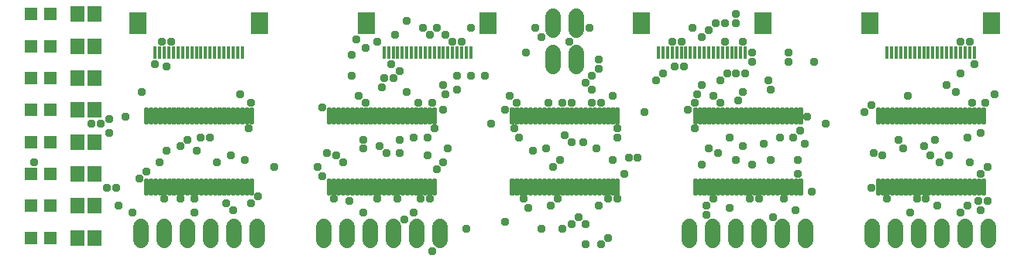
<source format=gbr>
G04 EAGLE Gerber RS-274X export*
G75*
%MOMM*%
%FSLAX34Y34*%
%LPD*%
%INSoldermask Top*%
%IPPOS*%
%AMOC8*
5,1,8,0,0,1.08239X$1,22.5*%
G01*
%ADD10C,1.727200*%
%ADD11R,1.403200X1.403200*%
%ADD12R,1.503200X1.703200*%
%ADD13C,0.402559*%
%ADD14R,0.400000X1.400000*%
%ADD15R,1.900000X2.350000*%
%ADD16C,0.959600*%


D10*
X936500Y32380D02*
X936500Y47620D01*
X961900Y47620D02*
X961900Y32380D01*
X987300Y32380D02*
X987300Y47620D01*
X1012700Y47620D02*
X1012700Y32380D01*
X1038100Y32380D02*
X1038100Y47620D01*
X1063500Y47620D02*
X1063500Y32380D01*
X587300Y222380D02*
X587300Y237620D01*
X612700Y237620D02*
X612700Y222380D01*
X587300Y262380D02*
X587300Y277620D01*
X612700Y277620D02*
X612700Y262380D01*
X336500Y47620D02*
X336500Y32380D01*
X361900Y32380D02*
X361900Y47620D01*
X387300Y47620D02*
X387300Y32380D01*
X412700Y32380D02*
X412700Y47620D01*
X438100Y47620D02*
X438100Y32380D01*
X463500Y32380D02*
X463500Y47620D01*
X136500Y47620D02*
X136500Y32380D01*
X161900Y32380D02*
X161900Y47620D01*
X187300Y47620D02*
X187300Y32380D01*
X212700Y32380D02*
X212700Y47620D01*
X238100Y47620D02*
X238100Y32380D01*
X263500Y32380D02*
X263500Y47620D01*
X736500Y47620D02*
X736500Y32380D01*
X761900Y32380D02*
X761900Y47620D01*
X787300Y47620D02*
X787300Y32380D01*
X812700Y32380D02*
X812700Y47620D01*
X838100Y47620D02*
X838100Y32380D01*
X863500Y32380D02*
X863500Y47620D01*
D11*
X16500Y280000D03*
X37500Y280000D03*
X16500Y245000D03*
X37500Y245000D03*
X16500Y210000D03*
X37500Y210000D03*
X16500Y175000D03*
X37500Y175000D03*
X16500Y140000D03*
X37500Y140000D03*
X16500Y105000D03*
X37500Y105000D03*
X16500Y70000D03*
X37500Y70000D03*
X16500Y35000D03*
X37500Y35000D03*
D12*
X86500Y280000D03*
X67500Y280000D03*
X86500Y245000D03*
X67500Y245000D03*
X86500Y210000D03*
X67500Y210000D03*
X86500Y175000D03*
X67500Y175000D03*
X86500Y140000D03*
X67500Y140000D03*
X86500Y105000D03*
X67500Y105000D03*
X86500Y70000D03*
X67500Y70000D03*
X86500Y35000D03*
X67500Y35000D03*
D13*
X256997Y161997D02*
X258003Y161997D01*
X256997Y161997D02*
X256997Y176003D01*
X258003Y176003D01*
X258003Y161997D01*
X258003Y165822D02*
X256997Y165822D01*
X256997Y169647D02*
X258003Y169647D01*
X258003Y173472D02*
X256997Y173472D01*
X256997Y83997D02*
X258003Y83997D01*
X256997Y83997D02*
X256997Y98003D01*
X258003Y98003D01*
X258003Y83997D01*
X258003Y87822D02*
X256997Y87822D01*
X256997Y91647D02*
X258003Y91647D01*
X258003Y95472D02*
X256997Y95472D01*
X253003Y161997D02*
X251997Y161997D01*
X251997Y176003D01*
X253003Y176003D01*
X253003Y161997D01*
X253003Y165822D02*
X251997Y165822D01*
X251997Y169647D02*
X253003Y169647D01*
X253003Y173472D02*
X251997Y173472D01*
X248003Y161997D02*
X246997Y161997D01*
X246997Y176003D01*
X248003Y176003D01*
X248003Y161997D01*
X248003Y165822D02*
X246997Y165822D01*
X246997Y169647D02*
X248003Y169647D01*
X248003Y173472D02*
X246997Y173472D01*
X243003Y161997D02*
X241997Y161997D01*
X241997Y176003D01*
X243003Y176003D01*
X243003Y161997D01*
X243003Y165822D02*
X241997Y165822D01*
X241997Y169647D02*
X243003Y169647D01*
X243003Y173472D02*
X241997Y173472D01*
X238003Y161997D02*
X236997Y161997D01*
X236997Y176003D01*
X238003Y176003D01*
X238003Y161997D01*
X238003Y165822D02*
X236997Y165822D01*
X236997Y169647D02*
X238003Y169647D01*
X238003Y173472D02*
X236997Y173472D01*
X233003Y161997D02*
X231997Y161997D01*
X231997Y176003D01*
X233003Y176003D01*
X233003Y161997D01*
X233003Y165822D02*
X231997Y165822D01*
X231997Y169647D02*
X233003Y169647D01*
X233003Y173472D02*
X231997Y173472D01*
X228003Y161997D02*
X226997Y161997D01*
X226997Y176003D01*
X228003Y176003D01*
X228003Y161997D01*
X228003Y165822D02*
X226997Y165822D01*
X226997Y169647D02*
X228003Y169647D01*
X228003Y173472D02*
X226997Y173472D01*
X223003Y161997D02*
X221997Y161997D01*
X221997Y176003D01*
X223003Y176003D01*
X223003Y161997D01*
X223003Y165822D02*
X221997Y165822D01*
X221997Y169647D02*
X223003Y169647D01*
X223003Y173472D02*
X221997Y173472D01*
X218003Y161997D02*
X216997Y161997D01*
X216997Y176003D01*
X218003Y176003D01*
X218003Y161997D01*
X218003Y165822D02*
X216997Y165822D01*
X216997Y169647D02*
X218003Y169647D01*
X218003Y173472D02*
X216997Y173472D01*
X213003Y161997D02*
X211997Y161997D01*
X211997Y176003D01*
X213003Y176003D01*
X213003Y161997D01*
X213003Y165822D02*
X211997Y165822D01*
X211997Y169647D02*
X213003Y169647D01*
X213003Y173472D02*
X211997Y173472D01*
X208003Y161997D02*
X206997Y161997D01*
X206997Y176003D01*
X208003Y176003D01*
X208003Y161997D01*
X208003Y165822D02*
X206997Y165822D01*
X206997Y169647D02*
X208003Y169647D01*
X208003Y173472D02*
X206997Y173472D01*
X203003Y161997D02*
X201997Y161997D01*
X201997Y176003D01*
X203003Y176003D01*
X203003Y161997D01*
X203003Y165822D02*
X201997Y165822D01*
X201997Y169647D02*
X203003Y169647D01*
X203003Y173472D02*
X201997Y173472D01*
X198003Y161997D02*
X196997Y161997D01*
X196997Y176003D01*
X198003Y176003D01*
X198003Y161997D01*
X198003Y165822D02*
X196997Y165822D01*
X196997Y169647D02*
X198003Y169647D01*
X198003Y173472D02*
X196997Y173472D01*
X193003Y161997D02*
X191997Y161997D01*
X191997Y176003D01*
X193003Y176003D01*
X193003Y161997D01*
X193003Y165822D02*
X191997Y165822D01*
X191997Y169647D02*
X193003Y169647D01*
X193003Y173472D02*
X191997Y173472D01*
X188003Y161997D02*
X186997Y161997D01*
X186997Y176003D01*
X188003Y176003D01*
X188003Y161997D01*
X188003Y165822D02*
X186997Y165822D01*
X186997Y169647D02*
X188003Y169647D01*
X188003Y173472D02*
X186997Y173472D01*
X183003Y161997D02*
X181997Y161997D01*
X181997Y176003D01*
X183003Y176003D01*
X183003Y161997D01*
X183003Y165822D02*
X181997Y165822D01*
X181997Y169647D02*
X183003Y169647D01*
X183003Y173472D02*
X181997Y173472D01*
X178003Y161997D02*
X176997Y161997D01*
X176997Y176003D01*
X178003Y176003D01*
X178003Y161997D01*
X178003Y165822D02*
X176997Y165822D01*
X176997Y169647D02*
X178003Y169647D01*
X178003Y173472D02*
X176997Y173472D01*
X173003Y161997D02*
X171997Y161997D01*
X171997Y176003D01*
X173003Y176003D01*
X173003Y161997D01*
X173003Y165822D02*
X171997Y165822D01*
X171997Y169647D02*
X173003Y169647D01*
X173003Y173472D02*
X171997Y173472D01*
X168003Y161997D02*
X166997Y161997D01*
X166997Y176003D01*
X168003Y176003D01*
X168003Y161997D01*
X168003Y165822D02*
X166997Y165822D01*
X166997Y169647D02*
X168003Y169647D01*
X168003Y173472D02*
X166997Y173472D01*
X163003Y161997D02*
X161997Y161997D01*
X161997Y176003D01*
X163003Y176003D01*
X163003Y161997D01*
X163003Y165822D02*
X161997Y165822D01*
X161997Y169647D02*
X163003Y169647D01*
X163003Y173472D02*
X161997Y173472D01*
X158003Y161997D02*
X156997Y161997D01*
X156997Y176003D01*
X158003Y176003D01*
X158003Y161997D01*
X158003Y165822D02*
X156997Y165822D01*
X156997Y169647D02*
X158003Y169647D01*
X158003Y173472D02*
X156997Y173472D01*
X153003Y161997D02*
X151997Y161997D01*
X151997Y176003D01*
X153003Y176003D01*
X153003Y161997D01*
X153003Y165822D02*
X151997Y165822D01*
X151997Y169647D02*
X153003Y169647D01*
X153003Y173472D02*
X151997Y173472D01*
X148003Y161997D02*
X146997Y161997D01*
X146997Y176003D01*
X148003Y176003D01*
X148003Y161997D01*
X148003Y165822D02*
X146997Y165822D01*
X146997Y169647D02*
X148003Y169647D01*
X148003Y173472D02*
X146997Y173472D01*
X143003Y161997D02*
X141997Y161997D01*
X141997Y176003D01*
X143003Y176003D01*
X143003Y161997D01*
X143003Y165822D02*
X141997Y165822D01*
X141997Y169647D02*
X143003Y169647D01*
X143003Y173472D02*
X141997Y173472D01*
X251997Y83997D02*
X253003Y83997D01*
X251997Y83997D02*
X251997Y98003D01*
X253003Y98003D01*
X253003Y83997D01*
X253003Y87822D02*
X251997Y87822D01*
X251997Y91647D02*
X253003Y91647D01*
X253003Y95472D02*
X251997Y95472D01*
X248003Y83997D02*
X246997Y83997D01*
X246997Y98003D01*
X248003Y98003D01*
X248003Y83997D01*
X248003Y87822D02*
X246997Y87822D01*
X246997Y91647D02*
X248003Y91647D01*
X248003Y95472D02*
X246997Y95472D01*
X243003Y83997D02*
X241997Y83997D01*
X241997Y98003D01*
X243003Y98003D01*
X243003Y83997D01*
X243003Y87822D02*
X241997Y87822D01*
X241997Y91647D02*
X243003Y91647D01*
X243003Y95472D02*
X241997Y95472D01*
X238003Y83997D02*
X236997Y83997D01*
X236997Y98003D01*
X238003Y98003D01*
X238003Y83997D01*
X238003Y87822D02*
X236997Y87822D01*
X236997Y91647D02*
X238003Y91647D01*
X238003Y95472D02*
X236997Y95472D01*
X233003Y83997D02*
X231997Y83997D01*
X231997Y98003D01*
X233003Y98003D01*
X233003Y83997D01*
X233003Y87822D02*
X231997Y87822D01*
X231997Y91647D02*
X233003Y91647D01*
X233003Y95472D02*
X231997Y95472D01*
X228003Y83997D02*
X226997Y83997D01*
X226997Y98003D01*
X228003Y98003D01*
X228003Y83997D01*
X228003Y87822D02*
X226997Y87822D01*
X226997Y91647D02*
X228003Y91647D01*
X228003Y95472D02*
X226997Y95472D01*
X223003Y83997D02*
X221997Y83997D01*
X221997Y98003D01*
X223003Y98003D01*
X223003Y83997D01*
X223003Y87822D02*
X221997Y87822D01*
X221997Y91647D02*
X223003Y91647D01*
X223003Y95472D02*
X221997Y95472D01*
X218003Y83997D02*
X216997Y83997D01*
X216997Y98003D01*
X218003Y98003D01*
X218003Y83997D01*
X218003Y87822D02*
X216997Y87822D01*
X216997Y91647D02*
X218003Y91647D01*
X218003Y95472D02*
X216997Y95472D01*
X213003Y83997D02*
X211997Y83997D01*
X211997Y98003D01*
X213003Y98003D01*
X213003Y83997D01*
X213003Y87822D02*
X211997Y87822D01*
X211997Y91647D02*
X213003Y91647D01*
X213003Y95472D02*
X211997Y95472D01*
X208003Y83997D02*
X206997Y83997D01*
X206997Y98003D01*
X208003Y98003D01*
X208003Y83997D01*
X208003Y87822D02*
X206997Y87822D01*
X206997Y91647D02*
X208003Y91647D01*
X208003Y95472D02*
X206997Y95472D01*
X203003Y83997D02*
X201997Y83997D01*
X201997Y98003D01*
X203003Y98003D01*
X203003Y83997D01*
X203003Y87822D02*
X201997Y87822D01*
X201997Y91647D02*
X203003Y91647D01*
X203003Y95472D02*
X201997Y95472D01*
X198003Y83997D02*
X196997Y83997D01*
X196997Y98003D01*
X198003Y98003D01*
X198003Y83997D01*
X198003Y87822D02*
X196997Y87822D01*
X196997Y91647D02*
X198003Y91647D01*
X198003Y95472D02*
X196997Y95472D01*
X193003Y83997D02*
X191997Y83997D01*
X191997Y98003D01*
X193003Y98003D01*
X193003Y83997D01*
X193003Y87822D02*
X191997Y87822D01*
X191997Y91647D02*
X193003Y91647D01*
X193003Y95472D02*
X191997Y95472D01*
X188003Y83997D02*
X186997Y83997D01*
X186997Y98003D01*
X188003Y98003D01*
X188003Y83997D01*
X188003Y87822D02*
X186997Y87822D01*
X186997Y91647D02*
X188003Y91647D01*
X188003Y95472D02*
X186997Y95472D01*
X183003Y83997D02*
X181997Y83997D01*
X181997Y98003D01*
X183003Y98003D01*
X183003Y83997D01*
X183003Y87822D02*
X181997Y87822D01*
X181997Y91647D02*
X183003Y91647D01*
X183003Y95472D02*
X181997Y95472D01*
X178003Y83997D02*
X176997Y83997D01*
X176997Y98003D01*
X178003Y98003D01*
X178003Y83997D01*
X178003Y87822D02*
X176997Y87822D01*
X176997Y91647D02*
X178003Y91647D01*
X178003Y95472D02*
X176997Y95472D01*
X173003Y83997D02*
X171997Y83997D01*
X171997Y98003D01*
X173003Y98003D01*
X173003Y83997D01*
X173003Y87822D02*
X171997Y87822D01*
X171997Y91647D02*
X173003Y91647D01*
X173003Y95472D02*
X171997Y95472D01*
X168003Y83997D02*
X166997Y83997D01*
X166997Y98003D01*
X168003Y98003D01*
X168003Y83997D01*
X168003Y87822D02*
X166997Y87822D01*
X166997Y91647D02*
X168003Y91647D01*
X168003Y95472D02*
X166997Y95472D01*
X163003Y83997D02*
X161997Y83997D01*
X161997Y98003D01*
X163003Y98003D01*
X163003Y83997D01*
X163003Y87822D02*
X161997Y87822D01*
X161997Y91647D02*
X163003Y91647D01*
X163003Y95472D02*
X161997Y95472D01*
X158003Y83997D02*
X156997Y83997D01*
X156997Y98003D01*
X158003Y98003D01*
X158003Y83997D01*
X158003Y87822D02*
X156997Y87822D01*
X156997Y91647D02*
X158003Y91647D01*
X158003Y95472D02*
X156997Y95472D01*
X153003Y83997D02*
X151997Y83997D01*
X151997Y98003D01*
X153003Y98003D01*
X153003Y83997D01*
X153003Y87822D02*
X151997Y87822D01*
X151997Y91647D02*
X153003Y91647D01*
X153003Y95472D02*
X151997Y95472D01*
X148003Y83997D02*
X146997Y83997D01*
X146997Y98003D01*
X148003Y98003D01*
X148003Y83997D01*
X148003Y87822D02*
X146997Y87822D01*
X146997Y91647D02*
X148003Y91647D01*
X148003Y95472D02*
X146997Y95472D01*
X143003Y83997D02*
X141997Y83997D01*
X141997Y98003D01*
X143003Y98003D01*
X143003Y83997D01*
X143003Y87822D02*
X141997Y87822D01*
X141997Y91647D02*
X143003Y91647D01*
X143003Y95472D02*
X141997Y95472D01*
X456997Y161997D02*
X458003Y161997D01*
X456997Y161997D02*
X456997Y176003D01*
X458003Y176003D01*
X458003Y161997D01*
X458003Y165822D02*
X456997Y165822D01*
X456997Y169647D02*
X458003Y169647D01*
X458003Y173472D02*
X456997Y173472D01*
X456997Y83997D02*
X458003Y83997D01*
X456997Y83997D02*
X456997Y98003D01*
X458003Y98003D01*
X458003Y83997D01*
X458003Y87822D02*
X456997Y87822D01*
X456997Y91647D02*
X458003Y91647D01*
X458003Y95472D02*
X456997Y95472D01*
X453003Y161997D02*
X451997Y161997D01*
X451997Y176003D01*
X453003Y176003D01*
X453003Y161997D01*
X453003Y165822D02*
X451997Y165822D01*
X451997Y169647D02*
X453003Y169647D01*
X453003Y173472D02*
X451997Y173472D01*
X448003Y161997D02*
X446997Y161997D01*
X446997Y176003D01*
X448003Y176003D01*
X448003Y161997D01*
X448003Y165822D02*
X446997Y165822D01*
X446997Y169647D02*
X448003Y169647D01*
X448003Y173472D02*
X446997Y173472D01*
X443003Y161997D02*
X441997Y161997D01*
X441997Y176003D01*
X443003Y176003D01*
X443003Y161997D01*
X443003Y165822D02*
X441997Y165822D01*
X441997Y169647D02*
X443003Y169647D01*
X443003Y173472D02*
X441997Y173472D01*
X438003Y161997D02*
X436997Y161997D01*
X436997Y176003D01*
X438003Y176003D01*
X438003Y161997D01*
X438003Y165822D02*
X436997Y165822D01*
X436997Y169647D02*
X438003Y169647D01*
X438003Y173472D02*
X436997Y173472D01*
X433003Y161997D02*
X431997Y161997D01*
X431997Y176003D01*
X433003Y176003D01*
X433003Y161997D01*
X433003Y165822D02*
X431997Y165822D01*
X431997Y169647D02*
X433003Y169647D01*
X433003Y173472D02*
X431997Y173472D01*
X428003Y161997D02*
X426997Y161997D01*
X426997Y176003D01*
X428003Y176003D01*
X428003Y161997D01*
X428003Y165822D02*
X426997Y165822D01*
X426997Y169647D02*
X428003Y169647D01*
X428003Y173472D02*
X426997Y173472D01*
X423003Y161997D02*
X421997Y161997D01*
X421997Y176003D01*
X423003Y176003D01*
X423003Y161997D01*
X423003Y165822D02*
X421997Y165822D01*
X421997Y169647D02*
X423003Y169647D01*
X423003Y173472D02*
X421997Y173472D01*
X418003Y161997D02*
X416997Y161997D01*
X416997Y176003D01*
X418003Y176003D01*
X418003Y161997D01*
X418003Y165822D02*
X416997Y165822D01*
X416997Y169647D02*
X418003Y169647D01*
X418003Y173472D02*
X416997Y173472D01*
X413003Y161997D02*
X411997Y161997D01*
X411997Y176003D01*
X413003Y176003D01*
X413003Y161997D01*
X413003Y165822D02*
X411997Y165822D01*
X411997Y169647D02*
X413003Y169647D01*
X413003Y173472D02*
X411997Y173472D01*
X408003Y161997D02*
X406997Y161997D01*
X406997Y176003D01*
X408003Y176003D01*
X408003Y161997D01*
X408003Y165822D02*
X406997Y165822D01*
X406997Y169647D02*
X408003Y169647D01*
X408003Y173472D02*
X406997Y173472D01*
X403003Y161997D02*
X401997Y161997D01*
X401997Y176003D01*
X403003Y176003D01*
X403003Y161997D01*
X403003Y165822D02*
X401997Y165822D01*
X401997Y169647D02*
X403003Y169647D01*
X403003Y173472D02*
X401997Y173472D01*
X398003Y161997D02*
X396997Y161997D01*
X396997Y176003D01*
X398003Y176003D01*
X398003Y161997D01*
X398003Y165822D02*
X396997Y165822D01*
X396997Y169647D02*
X398003Y169647D01*
X398003Y173472D02*
X396997Y173472D01*
X393003Y161997D02*
X391997Y161997D01*
X391997Y176003D01*
X393003Y176003D01*
X393003Y161997D01*
X393003Y165822D02*
X391997Y165822D01*
X391997Y169647D02*
X393003Y169647D01*
X393003Y173472D02*
X391997Y173472D01*
X388003Y161997D02*
X386997Y161997D01*
X386997Y176003D01*
X388003Y176003D01*
X388003Y161997D01*
X388003Y165822D02*
X386997Y165822D01*
X386997Y169647D02*
X388003Y169647D01*
X388003Y173472D02*
X386997Y173472D01*
X383003Y161997D02*
X381997Y161997D01*
X381997Y176003D01*
X383003Y176003D01*
X383003Y161997D01*
X383003Y165822D02*
X381997Y165822D01*
X381997Y169647D02*
X383003Y169647D01*
X383003Y173472D02*
X381997Y173472D01*
X378003Y161997D02*
X376997Y161997D01*
X376997Y176003D01*
X378003Y176003D01*
X378003Y161997D01*
X378003Y165822D02*
X376997Y165822D01*
X376997Y169647D02*
X378003Y169647D01*
X378003Y173472D02*
X376997Y173472D01*
X373003Y161997D02*
X371997Y161997D01*
X371997Y176003D01*
X373003Y176003D01*
X373003Y161997D01*
X373003Y165822D02*
X371997Y165822D01*
X371997Y169647D02*
X373003Y169647D01*
X373003Y173472D02*
X371997Y173472D01*
X368003Y161997D02*
X366997Y161997D01*
X366997Y176003D01*
X368003Y176003D01*
X368003Y161997D01*
X368003Y165822D02*
X366997Y165822D01*
X366997Y169647D02*
X368003Y169647D01*
X368003Y173472D02*
X366997Y173472D01*
X363003Y161997D02*
X361997Y161997D01*
X361997Y176003D01*
X363003Y176003D01*
X363003Y161997D01*
X363003Y165822D02*
X361997Y165822D01*
X361997Y169647D02*
X363003Y169647D01*
X363003Y173472D02*
X361997Y173472D01*
X358003Y161997D02*
X356997Y161997D01*
X356997Y176003D01*
X358003Y176003D01*
X358003Y161997D01*
X358003Y165822D02*
X356997Y165822D01*
X356997Y169647D02*
X358003Y169647D01*
X358003Y173472D02*
X356997Y173472D01*
X353003Y161997D02*
X351997Y161997D01*
X351997Y176003D01*
X353003Y176003D01*
X353003Y161997D01*
X353003Y165822D02*
X351997Y165822D01*
X351997Y169647D02*
X353003Y169647D01*
X353003Y173472D02*
X351997Y173472D01*
X348003Y161997D02*
X346997Y161997D01*
X346997Y176003D01*
X348003Y176003D01*
X348003Y161997D01*
X348003Y165822D02*
X346997Y165822D01*
X346997Y169647D02*
X348003Y169647D01*
X348003Y173472D02*
X346997Y173472D01*
X343003Y161997D02*
X341997Y161997D01*
X341997Y176003D01*
X343003Y176003D01*
X343003Y161997D01*
X343003Y165822D02*
X341997Y165822D01*
X341997Y169647D02*
X343003Y169647D01*
X343003Y173472D02*
X341997Y173472D01*
X451997Y83997D02*
X453003Y83997D01*
X451997Y83997D02*
X451997Y98003D01*
X453003Y98003D01*
X453003Y83997D01*
X453003Y87822D02*
X451997Y87822D01*
X451997Y91647D02*
X453003Y91647D01*
X453003Y95472D02*
X451997Y95472D01*
X448003Y83997D02*
X446997Y83997D01*
X446997Y98003D01*
X448003Y98003D01*
X448003Y83997D01*
X448003Y87822D02*
X446997Y87822D01*
X446997Y91647D02*
X448003Y91647D01*
X448003Y95472D02*
X446997Y95472D01*
X443003Y83997D02*
X441997Y83997D01*
X441997Y98003D01*
X443003Y98003D01*
X443003Y83997D01*
X443003Y87822D02*
X441997Y87822D01*
X441997Y91647D02*
X443003Y91647D01*
X443003Y95472D02*
X441997Y95472D01*
X438003Y83997D02*
X436997Y83997D01*
X436997Y98003D01*
X438003Y98003D01*
X438003Y83997D01*
X438003Y87822D02*
X436997Y87822D01*
X436997Y91647D02*
X438003Y91647D01*
X438003Y95472D02*
X436997Y95472D01*
X433003Y83997D02*
X431997Y83997D01*
X431997Y98003D01*
X433003Y98003D01*
X433003Y83997D01*
X433003Y87822D02*
X431997Y87822D01*
X431997Y91647D02*
X433003Y91647D01*
X433003Y95472D02*
X431997Y95472D01*
X428003Y83997D02*
X426997Y83997D01*
X426997Y98003D01*
X428003Y98003D01*
X428003Y83997D01*
X428003Y87822D02*
X426997Y87822D01*
X426997Y91647D02*
X428003Y91647D01*
X428003Y95472D02*
X426997Y95472D01*
X423003Y83997D02*
X421997Y83997D01*
X421997Y98003D01*
X423003Y98003D01*
X423003Y83997D01*
X423003Y87822D02*
X421997Y87822D01*
X421997Y91647D02*
X423003Y91647D01*
X423003Y95472D02*
X421997Y95472D01*
X418003Y83997D02*
X416997Y83997D01*
X416997Y98003D01*
X418003Y98003D01*
X418003Y83997D01*
X418003Y87822D02*
X416997Y87822D01*
X416997Y91647D02*
X418003Y91647D01*
X418003Y95472D02*
X416997Y95472D01*
X413003Y83997D02*
X411997Y83997D01*
X411997Y98003D01*
X413003Y98003D01*
X413003Y83997D01*
X413003Y87822D02*
X411997Y87822D01*
X411997Y91647D02*
X413003Y91647D01*
X413003Y95472D02*
X411997Y95472D01*
X408003Y83997D02*
X406997Y83997D01*
X406997Y98003D01*
X408003Y98003D01*
X408003Y83997D01*
X408003Y87822D02*
X406997Y87822D01*
X406997Y91647D02*
X408003Y91647D01*
X408003Y95472D02*
X406997Y95472D01*
X403003Y83997D02*
X401997Y83997D01*
X401997Y98003D01*
X403003Y98003D01*
X403003Y83997D01*
X403003Y87822D02*
X401997Y87822D01*
X401997Y91647D02*
X403003Y91647D01*
X403003Y95472D02*
X401997Y95472D01*
X398003Y83997D02*
X396997Y83997D01*
X396997Y98003D01*
X398003Y98003D01*
X398003Y83997D01*
X398003Y87822D02*
X396997Y87822D01*
X396997Y91647D02*
X398003Y91647D01*
X398003Y95472D02*
X396997Y95472D01*
X393003Y83997D02*
X391997Y83997D01*
X391997Y98003D01*
X393003Y98003D01*
X393003Y83997D01*
X393003Y87822D02*
X391997Y87822D01*
X391997Y91647D02*
X393003Y91647D01*
X393003Y95472D02*
X391997Y95472D01*
X388003Y83997D02*
X386997Y83997D01*
X386997Y98003D01*
X388003Y98003D01*
X388003Y83997D01*
X388003Y87822D02*
X386997Y87822D01*
X386997Y91647D02*
X388003Y91647D01*
X388003Y95472D02*
X386997Y95472D01*
X383003Y83997D02*
X381997Y83997D01*
X381997Y98003D01*
X383003Y98003D01*
X383003Y83997D01*
X383003Y87822D02*
X381997Y87822D01*
X381997Y91647D02*
X383003Y91647D01*
X383003Y95472D02*
X381997Y95472D01*
X378003Y83997D02*
X376997Y83997D01*
X376997Y98003D01*
X378003Y98003D01*
X378003Y83997D01*
X378003Y87822D02*
X376997Y87822D01*
X376997Y91647D02*
X378003Y91647D01*
X378003Y95472D02*
X376997Y95472D01*
X373003Y83997D02*
X371997Y83997D01*
X371997Y98003D01*
X373003Y98003D01*
X373003Y83997D01*
X373003Y87822D02*
X371997Y87822D01*
X371997Y91647D02*
X373003Y91647D01*
X373003Y95472D02*
X371997Y95472D01*
X368003Y83997D02*
X366997Y83997D01*
X366997Y98003D01*
X368003Y98003D01*
X368003Y83997D01*
X368003Y87822D02*
X366997Y87822D01*
X366997Y91647D02*
X368003Y91647D01*
X368003Y95472D02*
X366997Y95472D01*
X363003Y83997D02*
X361997Y83997D01*
X361997Y98003D01*
X363003Y98003D01*
X363003Y83997D01*
X363003Y87822D02*
X361997Y87822D01*
X361997Y91647D02*
X363003Y91647D01*
X363003Y95472D02*
X361997Y95472D01*
X358003Y83997D02*
X356997Y83997D01*
X356997Y98003D01*
X358003Y98003D01*
X358003Y83997D01*
X358003Y87822D02*
X356997Y87822D01*
X356997Y91647D02*
X358003Y91647D01*
X358003Y95472D02*
X356997Y95472D01*
X353003Y83997D02*
X351997Y83997D01*
X351997Y98003D01*
X353003Y98003D01*
X353003Y83997D01*
X353003Y87822D02*
X351997Y87822D01*
X351997Y91647D02*
X353003Y91647D01*
X353003Y95472D02*
X351997Y95472D01*
X348003Y83997D02*
X346997Y83997D01*
X346997Y98003D01*
X348003Y98003D01*
X348003Y83997D01*
X348003Y87822D02*
X346997Y87822D01*
X346997Y91647D02*
X348003Y91647D01*
X348003Y95472D02*
X346997Y95472D01*
X343003Y83997D02*
X341997Y83997D01*
X341997Y98003D01*
X343003Y98003D01*
X343003Y83997D01*
X343003Y87822D02*
X341997Y87822D01*
X341997Y91647D02*
X343003Y91647D01*
X343003Y95472D02*
X341997Y95472D01*
X656997Y161997D02*
X658003Y161997D01*
X656997Y161997D02*
X656997Y176003D01*
X658003Y176003D01*
X658003Y161997D01*
X658003Y165822D02*
X656997Y165822D01*
X656997Y169647D02*
X658003Y169647D01*
X658003Y173472D02*
X656997Y173472D01*
X656997Y83997D02*
X658003Y83997D01*
X656997Y83997D02*
X656997Y98003D01*
X658003Y98003D01*
X658003Y83997D01*
X658003Y87822D02*
X656997Y87822D01*
X656997Y91647D02*
X658003Y91647D01*
X658003Y95472D02*
X656997Y95472D01*
X653003Y161997D02*
X651997Y161997D01*
X651997Y176003D01*
X653003Y176003D01*
X653003Y161997D01*
X653003Y165822D02*
X651997Y165822D01*
X651997Y169647D02*
X653003Y169647D01*
X653003Y173472D02*
X651997Y173472D01*
X648003Y161997D02*
X646997Y161997D01*
X646997Y176003D01*
X648003Y176003D01*
X648003Y161997D01*
X648003Y165822D02*
X646997Y165822D01*
X646997Y169647D02*
X648003Y169647D01*
X648003Y173472D02*
X646997Y173472D01*
X643003Y161997D02*
X641997Y161997D01*
X641997Y176003D01*
X643003Y176003D01*
X643003Y161997D01*
X643003Y165822D02*
X641997Y165822D01*
X641997Y169647D02*
X643003Y169647D01*
X643003Y173472D02*
X641997Y173472D01*
X638003Y161997D02*
X636997Y161997D01*
X636997Y176003D01*
X638003Y176003D01*
X638003Y161997D01*
X638003Y165822D02*
X636997Y165822D01*
X636997Y169647D02*
X638003Y169647D01*
X638003Y173472D02*
X636997Y173472D01*
X633003Y161997D02*
X631997Y161997D01*
X631997Y176003D01*
X633003Y176003D01*
X633003Y161997D01*
X633003Y165822D02*
X631997Y165822D01*
X631997Y169647D02*
X633003Y169647D01*
X633003Y173472D02*
X631997Y173472D01*
X628003Y161997D02*
X626997Y161997D01*
X626997Y176003D01*
X628003Y176003D01*
X628003Y161997D01*
X628003Y165822D02*
X626997Y165822D01*
X626997Y169647D02*
X628003Y169647D01*
X628003Y173472D02*
X626997Y173472D01*
X623003Y161997D02*
X621997Y161997D01*
X621997Y176003D01*
X623003Y176003D01*
X623003Y161997D01*
X623003Y165822D02*
X621997Y165822D01*
X621997Y169647D02*
X623003Y169647D01*
X623003Y173472D02*
X621997Y173472D01*
X618003Y161997D02*
X616997Y161997D01*
X616997Y176003D01*
X618003Y176003D01*
X618003Y161997D01*
X618003Y165822D02*
X616997Y165822D01*
X616997Y169647D02*
X618003Y169647D01*
X618003Y173472D02*
X616997Y173472D01*
X613003Y161997D02*
X611997Y161997D01*
X611997Y176003D01*
X613003Y176003D01*
X613003Y161997D01*
X613003Y165822D02*
X611997Y165822D01*
X611997Y169647D02*
X613003Y169647D01*
X613003Y173472D02*
X611997Y173472D01*
X608003Y161997D02*
X606997Y161997D01*
X606997Y176003D01*
X608003Y176003D01*
X608003Y161997D01*
X608003Y165822D02*
X606997Y165822D01*
X606997Y169647D02*
X608003Y169647D01*
X608003Y173472D02*
X606997Y173472D01*
X603003Y161997D02*
X601997Y161997D01*
X601997Y176003D01*
X603003Y176003D01*
X603003Y161997D01*
X603003Y165822D02*
X601997Y165822D01*
X601997Y169647D02*
X603003Y169647D01*
X603003Y173472D02*
X601997Y173472D01*
X598003Y161997D02*
X596997Y161997D01*
X596997Y176003D01*
X598003Y176003D01*
X598003Y161997D01*
X598003Y165822D02*
X596997Y165822D01*
X596997Y169647D02*
X598003Y169647D01*
X598003Y173472D02*
X596997Y173472D01*
X593003Y161997D02*
X591997Y161997D01*
X591997Y176003D01*
X593003Y176003D01*
X593003Y161997D01*
X593003Y165822D02*
X591997Y165822D01*
X591997Y169647D02*
X593003Y169647D01*
X593003Y173472D02*
X591997Y173472D01*
X588003Y161997D02*
X586997Y161997D01*
X586997Y176003D01*
X588003Y176003D01*
X588003Y161997D01*
X588003Y165822D02*
X586997Y165822D01*
X586997Y169647D02*
X588003Y169647D01*
X588003Y173472D02*
X586997Y173472D01*
X583003Y161997D02*
X581997Y161997D01*
X581997Y176003D01*
X583003Y176003D01*
X583003Y161997D01*
X583003Y165822D02*
X581997Y165822D01*
X581997Y169647D02*
X583003Y169647D01*
X583003Y173472D02*
X581997Y173472D01*
X578003Y161997D02*
X576997Y161997D01*
X576997Y176003D01*
X578003Y176003D01*
X578003Y161997D01*
X578003Y165822D02*
X576997Y165822D01*
X576997Y169647D02*
X578003Y169647D01*
X578003Y173472D02*
X576997Y173472D01*
X573003Y161997D02*
X571997Y161997D01*
X571997Y176003D01*
X573003Y176003D01*
X573003Y161997D01*
X573003Y165822D02*
X571997Y165822D01*
X571997Y169647D02*
X573003Y169647D01*
X573003Y173472D02*
X571997Y173472D01*
X568003Y161997D02*
X566997Y161997D01*
X566997Y176003D01*
X568003Y176003D01*
X568003Y161997D01*
X568003Y165822D02*
X566997Y165822D01*
X566997Y169647D02*
X568003Y169647D01*
X568003Y173472D02*
X566997Y173472D01*
X563003Y161997D02*
X561997Y161997D01*
X561997Y176003D01*
X563003Y176003D01*
X563003Y161997D01*
X563003Y165822D02*
X561997Y165822D01*
X561997Y169647D02*
X563003Y169647D01*
X563003Y173472D02*
X561997Y173472D01*
X558003Y161997D02*
X556997Y161997D01*
X556997Y176003D01*
X558003Y176003D01*
X558003Y161997D01*
X558003Y165822D02*
X556997Y165822D01*
X556997Y169647D02*
X558003Y169647D01*
X558003Y173472D02*
X556997Y173472D01*
X553003Y161997D02*
X551997Y161997D01*
X551997Y176003D01*
X553003Y176003D01*
X553003Y161997D01*
X553003Y165822D02*
X551997Y165822D01*
X551997Y169647D02*
X553003Y169647D01*
X553003Y173472D02*
X551997Y173472D01*
X548003Y161997D02*
X546997Y161997D01*
X546997Y176003D01*
X548003Y176003D01*
X548003Y161997D01*
X548003Y165822D02*
X546997Y165822D01*
X546997Y169647D02*
X548003Y169647D01*
X548003Y173472D02*
X546997Y173472D01*
X543003Y161997D02*
X541997Y161997D01*
X541997Y176003D01*
X543003Y176003D01*
X543003Y161997D01*
X543003Y165822D02*
X541997Y165822D01*
X541997Y169647D02*
X543003Y169647D01*
X543003Y173472D02*
X541997Y173472D01*
X651997Y83997D02*
X653003Y83997D01*
X651997Y83997D02*
X651997Y98003D01*
X653003Y98003D01*
X653003Y83997D01*
X653003Y87822D02*
X651997Y87822D01*
X651997Y91647D02*
X653003Y91647D01*
X653003Y95472D02*
X651997Y95472D01*
X648003Y83997D02*
X646997Y83997D01*
X646997Y98003D01*
X648003Y98003D01*
X648003Y83997D01*
X648003Y87822D02*
X646997Y87822D01*
X646997Y91647D02*
X648003Y91647D01*
X648003Y95472D02*
X646997Y95472D01*
X643003Y83997D02*
X641997Y83997D01*
X641997Y98003D01*
X643003Y98003D01*
X643003Y83997D01*
X643003Y87822D02*
X641997Y87822D01*
X641997Y91647D02*
X643003Y91647D01*
X643003Y95472D02*
X641997Y95472D01*
X638003Y83997D02*
X636997Y83997D01*
X636997Y98003D01*
X638003Y98003D01*
X638003Y83997D01*
X638003Y87822D02*
X636997Y87822D01*
X636997Y91647D02*
X638003Y91647D01*
X638003Y95472D02*
X636997Y95472D01*
X633003Y83997D02*
X631997Y83997D01*
X631997Y98003D01*
X633003Y98003D01*
X633003Y83997D01*
X633003Y87822D02*
X631997Y87822D01*
X631997Y91647D02*
X633003Y91647D01*
X633003Y95472D02*
X631997Y95472D01*
X628003Y83997D02*
X626997Y83997D01*
X626997Y98003D01*
X628003Y98003D01*
X628003Y83997D01*
X628003Y87822D02*
X626997Y87822D01*
X626997Y91647D02*
X628003Y91647D01*
X628003Y95472D02*
X626997Y95472D01*
X623003Y83997D02*
X621997Y83997D01*
X621997Y98003D01*
X623003Y98003D01*
X623003Y83997D01*
X623003Y87822D02*
X621997Y87822D01*
X621997Y91647D02*
X623003Y91647D01*
X623003Y95472D02*
X621997Y95472D01*
X618003Y83997D02*
X616997Y83997D01*
X616997Y98003D01*
X618003Y98003D01*
X618003Y83997D01*
X618003Y87822D02*
X616997Y87822D01*
X616997Y91647D02*
X618003Y91647D01*
X618003Y95472D02*
X616997Y95472D01*
X613003Y83997D02*
X611997Y83997D01*
X611997Y98003D01*
X613003Y98003D01*
X613003Y83997D01*
X613003Y87822D02*
X611997Y87822D01*
X611997Y91647D02*
X613003Y91647D01*
X613003Y95472D02*
X611997Y95472D01*
X608003Y83997D02*
X606997Y83997D01*
X606997Y98003D01*
X608003Y98003D01*
X608003Y83997D01*
X608003Y87822D02*
X606997Y87822D01*
X606997Y91647D02*
X608003Y91647D01*
X608003Y95472D02*
X606997Y95472D01*
X603003Y83997D02*
X601997Y83997D01*
X601997Y98003D01*
X603003Y98003D01*
X603003Y83997D01*
X603003Y87822D02*
X601997Y87822D01*
X601997Y91647D02*
X603003Y91647D01*
X603003Y95472D02*
X601997Y95472D01*
X598003Y83997D02*
X596997Y83997D01*
X596997Y98003D01*
X598003Y98003D01*
X598003Y83997D01*
X598003Y87822D02*
X596997Y87822D01*
X596997Y91647D02*
X598003Y91647D01*
X598003Y95472D02*
X596997Y95472D01*
X593003Y83997D02*
X591997Y83997D01*
X591997Y98003D01*
X593003Y98003D01*
X593003Y83997D01*
X593003Y87822D02*
X591997Y87822D01*
X591997Y91647D02*
X593003Y91647D01*
X593003Y95472D02*
X591997Y95472D01*
X588003Y83997D02*
X586997Y83997D01*
X586997Y98003D01*
X588003Y98003D01*
X588003Y83997D01*
X588003Y87822D02*
X586997Y87822D01*
X586997Y91647D02*
X588003Y91647D01*
X588003Y95472D02*
X586997Y95472D01*
X583003Y83997D02*
X581997Y83997D01*
X581997Y98003D01*
X583003Y98003D01*
X583003Y83997D01*
X583003Y87822D02*
X581997Y87822D01*
X581997Y91647D02*
X583003Y91647D01*
X583003Y95472D02*
X581997Y95472D01*
X578003Y83997D02*
X576997Y83997D01*
X576997Y98003D01*
X578003Y98003D01*
X578003Y83997D01*
X578003Y87822D02*
X576997Y87822D01*
X576997Y91647D02*
X578003Y91647D01*
X578003Y95472D02*
X576997Y95472D01*
X573003Y83997D02*
X571997Y83997D01*
X571997Y98003D01*
X573003Y98003D01*
X573003Y83997D01*
X573003Y87822D02*
X571997Y87822D01*
X571997Y91647D02*
X573003Y91647D01*
X573003Y95472D02*
X571997Y95472D01*
X568003Y83997D02*
X566997Y83997D01*
X566997Y98003D01*
X568003Y98003D01*
X568003Y83997D01*
X568003Y87822D02*
X566997Y87822D01*
X566997Y91647D02*
X568003Y91647D01*
X568003Y95472D02*
X566997Y95472D01*
X563003Y83997D02*
X561997Y83997D01*
X561997Y98003D01*
X563003Y98003D01*
X563003Y83997D01*
X563003Y87822D02*
X561997Y87822D01*
X561997Y91647D02*
X563003Y91647D01*
X563003Y95472D02*
X561997Y95472D01*
X558003Y83997D02*
X556997Y83997D01*
X556997Y98003D01*
X558003Y98003D01*
X558003Y83997D01*
X558003Y87822D02*
X556997Y87822D01*
X556997Y91647D02*
X558003Y91647D01*
X558003Y95472D02*
X556997Y95472D01*
X553003Y83997D02*
X551997Y83997D01*
X551997Y98003D01*
X553003Y98003D01*
X553003Y83997D01*
X553003Y87822D02*
X551997Y87822D01*
X551997Y91647D02*
X553003Y91647D01*
X553003Y95472D02*
X551997Y95472D01*
X548003Y83997D02*
X546997Y83997D01*
X546997Y98003D01*
X548003Y98003D01*
X548003Y83997D01*
X548003Y87822D02*
X546997Y87822D01*
X546997Y91647D02*
X548003Y91647D01*
X548003Y95472D02*
X546997Y95472D01*
X543003Y83997D02*
X541997Y83997D01*
X541997Y98003D01*
X543003Y98003D01*
X543003Y83997D01*
X543003Y87822D02*
X541997Y87822D01*
X541997Y91647D02*
X543003Y91647D01*
X543003Y95472D02*
X541997Y95472D01*
X856997Y161997D02*
X858003Y161997D01*
X856997Y161997D02*
X856997Y176003D01*
X858003Y176003D01*
X858003Y161997D01*
X858003Y165822D02*
X856997Y165822D01*
X856997Y169647D02*
X858003Y169647D01*
X858003Y173472D02*
X856997Y173472D01*
X856997Y83997D02*
X858003Y83997D01*
X856997Y83997D02*
X856997Y98003D01*
X858003Y98003D01*
X858003Y83997D01*
X858003Y87822D02*
X856997Y87822D01*
X856997Y91647D02*
X858003Y91647D01*
X858003Y95472D02*
X856997Y95472D01*
X853003Y161997D02*
X851997Y161997D01*
X851997Y176003D01*
X853003Y176003D01*
X853003Y161997D01*
X853003Y165822D02*
X851997Y165822D01*
X851997Y169647D02*
X853003Y169647D01*
X853003Y173472D02*
X851997Y173472D01*
X848003Y161997D02*
X846997Y161997D01*
X846997Y176003D01*
X848003Y176003D01*
X848003Y161997D01*
X848003Y165822D02*
X846997Y165822D01*
X846997Y169647D02*
X848003Y169647D01*
X848003Y173472D02*
X846997Y173472D01*
X843003Y161997D02*
X841997Y161997D01*
X841997Y176003D01*
X843003Y176003D01*
X843003Y161997D01*
X843003Y165822D02*
X841997Y165822D01*
X841997Y169647D02*
X843003Y169647D01*
X843003Y173472D02*
X841997Y173472D01*
X838003Y161997D02*
X836997Y161997D01*
X836997Y176003D01*
X838003Y176003D01*
X838003Y161997D01*
X838003Y165822D02*
X836997Y165822D01*
X836997Y169647D02*
X838003Y169647D01*
X838003Y173472D02*
X836997Y173472D01*
X833003Y161997D02*
X831997Y161997D01*
X831997Y176003D01*
X833003Y176003D01*
X833003Y161997D01*
X833003Y165822D02*
X831997Y165822D01*
X831997Y169647D02*
X833003Y169647D01*
X833003Y173472D02*
X831997Y173472D01*
X828003Y161997D02*
X826997Y161997D01*
X826997Y176003D01*
X828003Y176003D01*
X828003Y161997D01*
X828003Y165822D02*
X826997Y165822D01*
X826997Y169647D02*
X828003Y169647D01*
X828003Y173472D02*
X826997Y173472D01*
X823003Y161997D02*
X821997Y161997D01*
X821997Y176003D01*
X823003Y176003D01*
X823003Y161997D01*
X823003Y165822D02*
X821997Y165822D01*
X821997Y169647D02*
X823003Y169647D01*
X823003Y173472D02*
X821997Y173472D01*
X818003Y161997D02*
X816997Y161997D01*
X816997Y176003D01*
X818003Y176003D01*
X818003Y161997D01*
X818003Y165822D02*
X816997Y165822D01*
X816997Y169647D02*
X818003Y169647D01*
X818003Y173472D02*
X816997Y173472D01*
X813003Y161997D02*
X811997Y161997D01*
X811997Y176003D01*
X813003Y176003D01*
X813003Y161997D01*
X813003Y165822D02*
X811997Y165822D01*
X811997Y169647D02*
X813003Y169647D01*
X813003Y173472D02*
X811997Y173472D01*
X808003Y161997D02*
X806997Y161997D01*
X806997Y176003D01*
X808003Y176003D01*
X808003Y161997D01*
X808003Y165822D02*
X806997Y165822D01*
X806997Y169647D02*
X808003Y169647D01*
X808003Y173472D02*
X806997Y173472D01*
X803003Y161997D02*
X801997Y161997D01*
X801997Y176003D01*
X803003Y176003D01*
X803003Y161997D01*
X803003Y165822D02*
X801997Y165822D01*
X801997Y169647D02*
X803003Y169647D01*
X803003Y173472D02*
X801997Y173472D01*
X798003Y161997D02*
X796997Y161997D01*
X796997Y176003D01*
X798003Y176003D01*
X798003Y161997D01*
X798003Y165822D02*
X796997Y165822D01*
X796997Y169647D02*
X798003Y169647D01*
X798003Y173472D02*
X796997Y173472D01*
X793003Y161997D02*
X791997Y161997D01*
X791997Y176003D01*
X793003Y176003D01*
X793003Y161997D01*
X793003Y165822D02*
X791997Y165822D01*
X791997Y169647D02*
X793003Y169647D01*
X793003Y173472D02*
X791997Y173472D01*
X788003Y161997D02*
X786997Y161997D01*
X786997Y176003D01*
X788003Y176003D01*
X788003Y161997D01*
X788003Y165822D02*
X786997Y165822D01*
X786997Y169647D02*
X788003Y169647D01*
X788003Y173472D02*
X786997Y173472D01*
X783003Y161997D02*
X781997Y161997D01*
X781997Y176003D01*
X783003Y176003D01*
X783003Y161997D01*
X783003Y165822D02*
X781997Y165822D01*
X781997Y169647D02*
X783003Y169647D01*
X783003Y173472D02*
X781997Y173472D01*
X778003Y161997D02*
X776997Y161997D01*
X776997Y176003D01*
X778003Y176003D01*
X778003Y161997D01*
X778003Y165822D02*
X776997Y165822D01*
X776997Y169647D02*
X778003Y169647D01*
X778003Y173472D02*
X776997Y173472D01*
X773003Y161997D02*
X771997Y161997D01*
X771997Y176003D01*
X773003Y176003D01*
X773003Y161997D01*
X773003Y165822D02*
X771997Y165822D01*
X771997Y169647D02*
X773003Y169647D01*
X773003Y173472D02*
X771997Y173472D01*
X768003Y161997D02*
X766997Y161997D01*
X766997Y176003D01*
X768003Y176003D01*
X768003Y161997D01*
X768003Y165822D02*
X766997Y165822D01*
X766997Y169647D02*
X768003Y169647D01*
X768003Y173472D02*
X766997Y173472D01*
X763003Y161997D02*
X761997Y161997D01*
X761997Y176003D01*
X763003Y176003D01*
X763003Y161997D01*
X763003Y165822D02*
X761997Y165822D01*
X761997Y169647D02*
X763003Y169647D01*
X763003Y173472D02*
X761997Y173472D01*
X758003Y161997D02*
X756997Y161997D01*
X756997Y176003D01*
X758003Y176003D01*
X758003Y161997D01*
X758003Y165822D02*
X756997Y165822D01*
X756997Y169647D02*
X758003Y169647D01*
X758003Y173472D02*
X756997Y173472D01*
X753003Y161997D02*
X751997Y161997D01*
X751997Y176003D01*
X753003Y176003D01*
X753003Y161997D01*
X753003Y165822D02*
X751997Y165822D01*
X751997Y169647D02*
X753003Y169647D01*
X753003Y173472D02*
X751997Y173472D01*
X748003Y161997D02*
X746997Y161997D01*
X746997Y176003D01*
X748003Y176003D01*
X748003Y161997D01*
X748003Y165822D02*
X746997Y165822D01*
X746997Y169647D02*
X748003Y169647D01*
X748003Y173472D02*
X746997Y173472D01*
X743003Y161997D02*
X741997Y161997D01*
X741997Y176003D01*
X743003Y176003D01*
X743003Y161997D01*
X743003Y165822D02*
X741997Y165822D01*
X741997Y169647D02*
X743003Y169647D01*
X743003Y173472D02*
X741997Y173472D01*
X851997Y83997D02*
X853003Y83997D01*
X851997Y83997D02*
X851997Y98003D01*
X853003Y98003D01*
X853003Y83997D01*
X853003Y87822D02*
X851997Y87822D01*
X851997Y91647D02*
X853003Y91647D01*
X853003Y95472D02*
X851997Y95472D01*
X848003Y83997D02*
X846997Y83997D01*
X846997Y98003D01*
X848003Y98003D01*
X848003Y83997D01*
X848003Y87822D02*
X846997Y87822D01*
X846997Y91647D02*
X848003Y91647D01*
X848003Y95472D02*
X846997Y95472D01*
X843003Y83997D02*
X841997Y83997D01*
X841997Y98003D01*
X843003Y98003D01*
X843003Y83997D01*
X843003Y87822D02*
X841997Y87822D01*
X841997Y91647D02*
X843003Y91647D01*
X843003Y95472D02*
X841997Y95472D01*
X838003Y83997D02*
X836997Y83997D01*
X836997Y98003D01*
X838003Y98003D01*
X838003Y83997D01*
X838003Y87822D02*
X836997Y87822D01*
X836997Y91647D02*
X838003Y91647D01*
X838003Y95472D02*
X836997Y95472D01*
X833003Y83997D02*
X831997Y83997D01*
X831997Y98003D01*
X833003Y98003D01*
X833003Y83997D01*
X833003Y87822D02*
X831997Y87822D01*
X831997Y91647D02*
X833003Y91647D01*
X833003Y95472D02*
X831997Y95472D01*
X828003Y83997D02*
X826997Y83997D01*
X826997Y98003D01*
X828003Y98003D01*
X828003Y83997D01*
X828003Y87822D02*
X826997Y87822D01*
X826997Y91647D02*
X828003Y91647D01*
X828003Y95472D02*
X826997Y95472D01*
X823003Y83997D02*
X821997Y83997D01*
X821997Y98003D01*
X823003Y98003D01*
X823003Y83997D01*
X823003Y87822D02*
X821997Y87822D01*
X821997Y91647D02*
X823003Y91647D01*
X823003Y95472D02*
X821997Y95472D01*
X818003Y83997D02*
X816997Y83997D01*
X816997Y98003D01*
X818003Y98003D01*
X818003Y83997D01*
X818003Y87822D02*
X816997Y87822D01*
X816997Y91647D02*
X818003Y91647D01*
X818003Y95472D02*
X816997Y95472D01*
X813003Y83997D02*
X811997Y83997D01*
X811997Y98003D01*
X813003Y98003D01*
X813003Y83997D01*
X813003Y87822D02*
X811997Y87822D01*
X811997Y91647D02*
X813003Y91647D01*
X813003Y95472D02*
X811997Y95472D01*
X808003Y83997D02*
X806997Y83997D01*
X806997Y98003D01*
X808003Y98003D01*
X808003Y83997D01*
X808003Y87822D02*
X806997Y87822D01*
X806997Y91647D02*
X808003Y91647D01*
X808003Y95472D02*
X806997Y95472D01*
X803003Y83997D02*
X801997Y83997D01*
X801997Y98003D01*
X803003Y98003D01*
X803003Y83997D01*
X803003Y87822D02*
X801997Y87822D01*
X801997Y91647D02*
X803003Y91647D01*
X803003Y95472D02*
X801997Y95472D01*
X798003Y83997D02*
X796997Y83997D01*
X796997Y98003D01*
X798003Y98003D01*
X798003Y83997D01*
X798003Y87822D02*
X796997Y87822D01*
X796997Y91647D02*
X798003Y91647D01*
X798003Y95472D02*
X796997Y95472D01*
X793003Y83997D02*
X791997Y83997D01*
X791997Y98003D01*
X793003Y98003D01*
X793003Y83997D01*
X793003Y87822D02*
X791997Y87822D01*
X791997Y91647D02*
X793003Y91647D01*
X793003Y95472D02*
X791997Y95472D01*
X788003Y83997D02*
X786997Y83997D01*
X786997Y98003D01*
X788003Y98003D01*
X788003Y83997D01*
X788003Y87822D02*
X786997Y87822D01*
X786997Y91647D02*
X788003Y91647D01*
X788003Y95472D02*
X786997Y95472D01*
X783003Y83997D02*
X781997Y83997D01*
X781997Y98003D01*
X783003Y98003D01*
X783003Y83997D01*
X783003Y87822D02*
X781997Y87822D01*
X781997Y91647D02*
X783003Y91647D01*
X783003Y95472D02*
X781997Y95472D01*
X778003Y83997D02*
X776997Y83997D01*
X776997Y98003D01*
X778003Y98003D01*
X778003Y83997D01*
X778003Y87822D02*
X776997Y87822D01*
X776997Y91647D02*
X778003Y91647D01*
X778003Y95472D02*
X776997Y95472D01*
X773003Y83997D02*
X771997Y83997D01*
X771997Y98003D01*
X773003Y98003D01*
X773003Y83997D01*
X773003Y87822D02*
X771997Y87822D01*
X771997Y91647D02*
X773003Y91647D01*
X773003Y95472D02*
X771997Y95472D01*
X768003Y83997D02*
X766997Y83997D01*
X766997Y98003D01*
X768003Y98003D01*
X768003Y83997D01*
X768003Y87822D02*
X766997Y87822D01*
X766997Y91647D02*
X768003Y91647D01*
X768003Y95472D02*
X766997Y95472D01*
X763003Y83997D02*
X761997Y83997D01*
X761997Y98003D01*
X763003Y98003D01*
X763003Y83997D01*
X763003Y87822D02*
X761997Y87822D01*
X761997Y91647D02*
X763003Y91647D01*
X763003Y95472D02*
X761997Y95472D01*
X758003Y83997D02*
X756997Y83997D01*
X756997Y98003D01*
X758003Y98003D01*
X758003Y83997D01*
X758003Y87822D02*
X756997Y87822D01*
X756997Y91647D02*
X758003Y91647D01*
X758003Y95472D02*
X756997Y95472D01*
X753003Y83997D02*
X751997Y83997D01*
X751997Y98003D01*
X753003Y98003D01*
X753003Y83997D01*
X753003Y87822D02*
X751997Y87822D01*
X751997Y91647D02*
X753003Y91647D01*
X753003Y95472D02*
X751997Y95472D01*
X748003Y83997D02*
X746997Y83997D01*
X746997Y98003D01*
X748003Y98003D01*
X748003Y83997D01*
X748003Y87822D02*
X746997Y87822D01*
X746997Y91647D02*
X748003Y91647D01*
X748003Y95472D02*
X746997Y95472D01*
X743003Y83997D02*
X741997Y83997D01*
X741997Y98003D01*
X743003Y98003D01*
X743003Y83997D01*
X743003Y87822D02*
X741997Y87822D01*
X741997Y91647D02*
X743003Y91647D01*
X743003Y95472D02*
X741997Y95472D01*
X1056997Y161997D02*
X1058003Y161997D01*
X1056997Y161997D02*
X1056997Y176003D01*
X1058003Y176003D01*
X1058003Y161997D01*
X1058003Y165822D02*
X1056997Y165822D01*
X1056997Y169647D02*
X1058003Y169647D01*
X1058003Y173472D02*
X1056997Y173472D01*
X1056997Y83997D02*
X1058003Y83997D01*
X1056997Y83997D02*
X1056997Y98003D01*
X1058003Y98003D01*
X1058003Y83997D01*
X1058003Y87822D02*
X1056997Y87822D01*
X1056997Y91647D02*
X1058003Y91647D01*
X1058003Y95472D02*
X1056997Y95472D01*
X1053003Y161997D02*
X1051997Y161997D01*
X1051997Y176003D01*
X1053003Y176003D01*
X1053003Y161997D01*
X1053003Y165822D02*
X1051997Y165822D01*
X1051997Y169647D02*
X1053003Y169647D01*
X1053003Y173472D02*
X1051997Y173472D01*
X1048003Y161997D02*
X1046997Y161997D01*
X1046997Y176003D01*
X1048003Y176003D01*
X1048003Y161997D01*
X1048003Y165822D02*
X1046997Y165822D01*
X1046997Y169647D02*
X1048003Y169647D01*
X1048003Y173472D02*
X1046997Y173472D01*
X1043003Y161997D02*
X1041997Y161997D01*
X1041997Y176003D01*
X1043003Y176003D01*
X1043003Y161997D01*
X1043003Y165822D02*
X1041997Y165822D01*
X1041997Y169647D02*
X1043003Y169647D01*
X1043003Y173472D02*
X1041997Y173472D01*
X1038003Y161997D02*
X1036997Y161997D01*
X1036997Y176003D01*
X1038003Y176003D01*
X1038003Y161997D01*
X1038003Y165822D02*
X1036997Y165822D01*
X1036997Y169647D02*
X1038003Y169647D01*
X1038003Y173472D02*
X1036997Y173472D01*
X1033003Y161997D02*
X1031997Y161997D01*
X1031997Y176003D01*
X1033003Y176003D01*
X1033003Y161997D01*
X1033003Y165822D02*
X1031997Y165822D01*
X1031997Y169647D02*
X1033003Y169647D01*
X1033003Y173472D02*
X1031997Y173472D01*
X1028003Y161997D02*
X1026997Y161997D01*
X1026997Y176003D01*
X1028003Y176003D01*
X1028003Y161997D01*
X1028003Y165822D02*
X1026997Y165822D01*
X1026997Y169647D02*
X1028003Y169647D01*
X1028003Y173472D02*
X1026997Y173472D01*
X1023003Y161997D02*
X1021997Y161997D01*
X1021997Y176003D01*
X1023003Y176003D01*
X1023003Y161997D01*
X1023003Y165822D02*
X1021997Y165822D01*
X1021997Y169647D02*
X1023003Y169647D01*
X1023003Y173472D02*
X1021997Y173472D01*
X1018003Y161997D02*
X1016997Y161997D01*
X1016997Y176003D01*
X1018003Y176003D01*
X1018003Y161997D01*
X1018003Y165822D02*
X1016997Y165822D01*
X1016997Y169647D02*
X1018003Y169647D01*
X1018003Y173472D02*
X1016997Y173472D01*
X1013003Y161997D02*
X1011997Y161997D01*
X1011997Y176003D01*
X1013003Y176003D01*
X1013003Y161997D01*
X1013003Y165822D02*
X1011997Y165822D01*
X1011997Y169647D02*
X1013003Y169647D01*
X1013003Y173472D02*
X1011997Y173472D01*
X1008003Y161997D02*
X1006997Y161997D01*
X1006997Y176003D01*
X1008003Y176003D01*
X1008003Y161997D01*
X1008003Y165822D02*
X1006997Y165822D01*
X1006997Y169647D02*
X1008003Y169647D01*
X1008003Y173472D02*
X1006997Y173472D01*
X1003003Y161997D02*
X1001997Y161997D01*
X1001997Y176003D01*
X1003003Y176003D01*
X1003003Y161997D01*
X1003003Y165822D02*
X1001997Y165822D01*
X1001997Y169647D02*
X1003003Y169647D01*
X1003003Y173472D02*
X1001997Y173472D01*
X998003Y161997D02*
X996997Y161997D01*
X996997Y176003D01*
X998003Y176003D01*
X998003Y161997D01*
X998003Y165822D02*
X996997Y165822D01*
X996997Y169647D02*
X998003Y169647D01*
X998003Y173472D02*
X996997Y173472D01*
X993003Y161997D02*
X991997Y161997D01*
X991997Y176003D01*
X993003Y176003D01*
X993003Y161997D01*
X993003Y165822D02*
X991997Y165822D01*
X991997Y169647D02*
X993003Y169647D01*
X993003Y173472D02*
X991997Y173472D01*
X988003Y161997D02*
X986997Y161997D01*
X986997Y176003D01*
X988003Y176003D01*
X988003Y161997D01*
X988003Y165822D02*
X986997Y165822D01*
X986997Y169647D02*
X988003Y169647D01*
X988003Y173472D02*
X986997Y173472D01*
X983003Y161997D02*
X981997Y161997D01*
X981997Y176003D01*
X983003Y176003D01*
X983003Y161997D01*
X983003Y165822D02*
X981997Y165822D01*
X981997Y169647D02*
X983003Y169647D01*
X983003Y173472D02*
X981997Y173472D01*
X978003Y161997D02*
X976997Y161997D01*
X976997Y176003D01*
X978003Y176003D01*
X978003Y161997D01*
X978003Y165822D02*
X976997Y165822D01*
X976997Y169647D02*
X978003Y169647D01*
X978003Y173472D02*
X976997Y173472D01*
X973003Y161997D02*
X971997Y161997D01*
X971997Y176003D01*
X973003Y176003D01*
X973003Y161997D01*
X973003Y165822D02*
X971997Y165822D01*
X971997Y169647D02*
X973003Y169647D01*
X973003Y173472D02*
X971997Y173472D01*
X968003Y161997D02*
X966997Y161997D01*
X966997Y176003D01*
X968003Y176003D01*
X968003Y161997D01*
X968003Y165822D02*
X966997Y165822D01*
X966997Y169647D02*
X968003Y169647D01*
X968003Y173472D02*
X966997Y173472D01*
X963003Y161997D02*
X961997Y161997D01*
X961997Y176003D01*
X963003Y176003D01*
X963003Y161997D01*
X963003Y165822D02*
X961997Y165822D01*
X961997Y169647D02*
X963003Y169647D01*
X963003Y173472D02*
X961997Y173472D01*
X958003Y161997D02*
X956997Y161997D01*
X956997Y176003D01*
X958003Y176003D01*
X958003Y161997D01*
X958003Y165822D02*
X956997Y165822D01*
X956997Y169647D02*
X958003Y169647D01*
X958003Y173472D02*
X956997Y173472D01*
X953003Y161997D02*
X951997Y161997D01*
X951997Y176003D01*
X953003Y176003D01*
X953003Y161997D01*
X953003Y165822D02*
X951997Y165822D01*
X951997Y169647D02*
X953003Y169647D01*
X953003Y173472D02*
X951997Y173472D01*
X948003Y161997D02*
X946997Y161997D01*
X946997Y176003D01*
X948003Y176003D01*
X948003Y161997D01*
X948003Y165822D02*
X946997Y165822D01*
X946997Y169647D02*
X948003Y169647D01*
X948003Y173472D02*
X946997Y173472D01*
X943003Y161997D02*
X941997Y161997D01*
X941997Y176003D01*
X943003Y176003D01*
X943003Y161997D01*
X943003Y165822D02*
X941997Y165822D01*
X941997Y169647D02*
X943003Y169647D01*
X943003Y173472D02*
X941997Y173472D01*
X1051997Y83997D02*
X1053003Y83997D01*
X1051997Y83997D02*
X1051997Y98003D01*
X1053003Y98003D01*
X1053003Y83997D01*
X1053003Y87822D02*
X1051997Y87822D01*
X1051997Y91647D02*
X1053003Y91647D01*
X1053003Y95472D02*
X1051997Y95472D01*
X1048003Y83997D02*
X1046997Y83997D01*
X1046997Y98003D01*
X1048003Y98003D01*
X1048003Y83997D01*
X1048003Y87822D02*
X1046997Y87822D01*
X1046997Y91647D02*
X1048003Y91647D01*
X1048003Y95472D02*
X1046997Y95472D01*
X1043003Y83997D02*
X1041997Y83997D01*
X1041997Y98003D01*
X1043003Y98003D01*
X1043003Y83997D01*
X1043003Y87822D02*
X1041997Y87822D01*
X1041997Y91647D02*
X1043003Y91647D01*
X1043003Y95472D02*
X1041997Y95472D01*
X1038003Y83997D02*
X1036997Y83997D01*
X1036997Y98003D01*
X1038003Y98003D01*
X1038003Y83997D01*
X1038003Y87822D02*
X1036997Y87822D01*
X1036997Y91647D02*
X1038003Y91647D01*
X1038003Y95472D02*
X1036997Y95472D01*
X1033003Y83997D02*
X1031997Y83997D01*
X1031997Y98003D01*
X1033003Y98003D01*
X1033003Y83997D01*
X1033003Y87822D02*
X1031997Y87822D01*
X1031997Y91647D02*
X1033003Y91647D01*
X1033003Y95472D02*
X1031997Y95472D01*
X1028003Y83997D02*
X1026997Y83997D01*
X1026997Y98003D01*
X1028003Y98003D01*
X1028003Y83997D01*
X1028003Y87822D02*
X1026997Y87822D01*
X1026997Y91647D02*
X1028003Y91647D01*
X1028003Y95472D02*
X1026997Y95472D01*
X1023003Y83997D02*
X1021997Y83997D01*
X1021997Y98003D01*
X1023003Y98003D01*
X1023003Y83997D01*
X1023003Y87822D02*
X1021997Y87822D01*
X1021997Y91647D02*
X1023003Y91647D01*
X1023003Y95472D02*
X1021997Y95472D01*
X1018003Y83997D02*
X1016997Y83997D01*
X1016997Y98003D01*
X1018003Y98003D01*
X1018003Y83997D01*
X1018003Y87822D02*
X1016997Y87822D01*
X1016997Y91647D02*
X1018003Y91647D01*
X1018003Y95472D02*
X1016997Y95472D01*
X1013003Y83997D02*
X1011997Y83997D01*
X1011997Y98003D01*
X1013003Y98003D01*
X1013003Y83997D01*
X1013003Y87822D02*
X1011997Y87822D01*
X1011997Y91647D02*
X1013003Y91647D01*
X1013003Y95472D02*
X1011997Y95472D01*
X1008003Y83997D02*
X1006997Y83997D01*
X1006997Y98003D01*
X1008003Y98003D01*
X1008003Y83997D01*
X1008003Y87822D02*
X1006997Y87822D01*
X1006997Y91647D02*
X1008003Y91647D01*
X1008003Y95472D02*
X1006997Y95472D01*
X1003003Y83997D02*
X1001997Y83997D01*
X1001997Y98003D01*
X1003003Y98003D01*
X1003003Y83997D01*
X1003003Y87822D02*
X1001997Y87822D01*
X1001997Y91647D02*
X1003003Y91647D01*
X1003003Y95472D02*
X1001997Y95472D01*
X998003Y83997D02*
X996997Y83997D01*
X996997Y98003D01*
X998003Y98003D01*
X998003Y83997D01*
X998003Y87822D02*
X996997Y87822D01*
X996997Y91647D02*
X998003Y91647D01*
X998003Y95472D02*
X996997Y95472D01*
X993003Y83997D02*
X991997Y83997D01*
X991997Y98003D01*
X993003Y98003D01*
X993003Y83997D01*
X993003Y87822D02*
X991997Y87822D01*
X991997Y91647D02*
X993003Y91647D01*
X993003Y95472D02*
X991997Y95472D01*
X988003Y83997D02*
X986997Y83997D01*
X986997Y98003D01*
X988003Y98003D01*
X988003Y83997D01*
X988003Y87822D02*
X986997Y87822D01*
X986997Y91647D02*
X988003Y91647D01*
X988003Y95472D02*
X986997Y95472D01*
X983003Y83997D02*
X981997Y83997D01*
X981997Y98003D01*
X983003Y98003D01*
X983003Y83997D01*
X983003Y87822D02*
X981997Y87822D01*
X981997Y91647D02*
X983003Y91647D01*
X983003Y95472D02*
X981997Y95472D01*
X978003Y83997D02*
X976997Y83997D01*
X976997Y98003D01*
X978003Y98003D01*
X978003Y83997D01*
X978003Y87822D02*
X976997Y87822D01*
X976997Y91647D02*
X978003Y91647D01*
X978003Y95472D02*
X976997Y95472D01*
X973003Y83997D02*
X971997Y83997D01*
X971997Y98003D01*
X973003Y98003D01*
X973003Y83997D01*
X973003Y87822D02*
X971997Y87822D01*
X971997Y91647D02*
X973003Y91647D01*
X973003Y95472D02*
X971997Y95472D01*
X968003Y83997D02*
X966997Y83997D01*
X966997Y98003D01*
X968003Y98003D01*
X968003Y83997D01*
X968003Y87822D02*
X966997Y87822D01*
X966997Y91647D02*
X968003Y91647D01*
X968003Y95472D02*
X966997Y95472D01*
X963003Y83997D02*
X961997Y83997D01*
X961997Y98003D01*
X963003Y98003D01*
X963003Y83997D01*
X963003Y87822D02*
X961997Y87822D01*
X961997Y91647D02*
X963003Y91647D01*
X963003Y95472D02*
X961997Y95472D01*
X958003Y83997D02*
X956997Y83997D01*
X956997Y98003D01*
X958003Y98003D01*
X958003Y83997D01*
X958003Y87822D02*
X956997Y87822D01*
X956997Y91647D02*
X958003Y91647D01*
X958003Y95472D02*
X956997Y95472D01*
X953003Y83997D02*
X951997Y83997D01*
X951997Y98003D01*
X953003Y98003D01*
X953003Y83997D01*
X953003Y87822D02*
X951997Y87822D01*
X951997Y91647D02*
X953003Y91647D01*
X953003Y95472D02*
X951997Y95472D01*
X948003Y83997D02*
X946997Y83997D01*
X946997Y98003D01*
X948003Y98003D01*
X948003Y83997D01*
X948003Y87822D02*
X946997Y87822D01*
X946997Y91647D02*
X948003Y91647D01*
X948003Y95472D02*
X946997Y95472D01*
X943003Y83997D02*
X941997Y83997D01*
X941997Y98003D01*
X943003Y98003D01*
X943003Y83997D01*
X943003Y87822D02*
X941997Y87822D01*
X941997Y91647D02*
X943003Y91647D01*
X943003Y95472D02*
X941997Y95472D01*
D14*
X247500Y237500D03*
X242500Y237500D03*
X237500Y237500D03*
X232500Y237500D03*
X227500Y237500D03*
X222500Y237500D03*
X217500Y237500D03*
X212500Y237500D03*
X207500Y237500D03*
X202500Y237500D03*
X197500Y237500D03*
X192500Y237500D03*
X187500Y237500D03*
X182500Y237500D03*
X177500Y237500D03*
X172500Y237500D03*
X167500Y237500D03*
X162500Y237500D03*
X157500Y237500D03*
X152500Y237500D03*
D15*
X133500Y270000D03*
X266500Y270000D03*
D14*
X497500Y237500D03*
X492500Y237500D03*
X487500Y237500D03*
X482500Y237500D03*
X477500Y237500D03*
X472500Y237500D03*
X467500Y237500D03*
X462500Y237500D03*
X457500Y237500D03*
X452500Y237500D03*
X447500Y237500D03*
X442500Y237500D03*
X437500Y237500D03*
X432500Y237500D03*
X427500Y237500D03*
X422500Y237500D03*
X417500Y237500D03*
X412500Y237500D03*
X407500Y237500D03*
X402500Y237500D03*
D15*
X383500Y270000D03*
X516500Y270000D03*
D14*
X797500Y237500D03*
X792500Y237500D03*
X787500Y237500D03*
X782500Y237500D03*
X777500Y237500D03*
X772500Y237500D03*
X767500Y237500D03*
X762500Y237500D03*
X757500Y237500D03*
X752500Y237500D03*
X747500Y237500D03*
X742500Y237500D03*
X737500Y237500D03*
X732500Y237500D03*
X727500Y237500D03*
X722500Y237500D03*
X717500Y237500D03*
X712500Y237500D03*
X707500Y237500D03*
X702500Y237500D03*
D15*
X683500Y270000D03*
X816500Y270000D03*
D14*
X1047500Y237500D03*
X1042500Y237500D03*
X1037500Y237500D03*
X1032500Y237500D03*
X1027500Y237500D03*
X1022500Y237500D03*
X1017500Y237500D03*
X1012500Y237500D03*
X1007500Y237500D03*
X1002500Y237500D03*
X997500Y237500D03*
X992500Y237500D03*
X987500Y237500D03*
X982500Y237500D03*
X977500Y237500D03*
X972500Y237500D03*
X967500Y237500D03*
X962500Y237500D03*
X957500Y237500D03*
X952500Y237500D03*
D15*
X933500Y270000D03*
X1066500Y270000D03*
D16*
X840000Y77500D03*
X1062500Y75000D03*
X265000Y80000D03*
X467500Y117500D03*
X657500Y77500D03*
X647500Y35000D03*
X870000Y85000D03*
X257500Y72500D03*
X202500Y145000D03*
X357500Y117500D03*
X157500Y117500D03*
X237500Y65000D03*
X20000Y117500D03*
X255000Y155000D03*
X457500Y155000D03*
X535000Y175000D03*
X657500Y155000D03*
X587500Y112500D03*
X620000Y140000D03*
X742500Y155000D03*
X555000Y77500D03*
X1055000Y150000D03*
X1060000Y182500D03*
X1042500Y117500D03*
X857500Y152500D03*
X812500Y77500D03*
X1010000Y117500D03*
X755000Y70000D03*
X442500Y77500D03*
X665000Y105000D03*
X680000Y122500D03*
X195000Y77500D03*
X110000Y90000D03*
X187500Y142500D03*
X102500Y165000D03*
X250000Y120000D03*
X120000Y167500D03*
X180000Y77500D03*
X112500Y70000D03*
X230000Y72500D03*
X92500Y160000D03*
X180000Y135000D03*
X235000Y125000D03*
X82500Y160000D03*
X165000Y130000D03*
X220000Y117500D03*
X212500Y145000D03*
X197500Y130000D03*
X102500Y150000D03*
X162500Y77500D03*
X100000Y90000D03*
X282500Y112500D03*
X137500Y195000D03*
X195000Y62500D03*
X127500Y62500D03*
X395000Y77500D03*
X452500Y77500D03*
X380000Y142500D03*
X450000Y125000D03*
X340000Y127500D03*
X380000Y62500D03*
X435000Y62500D03*
X380000Y132500D03*
X425000Y55000D03*
X420000Y127500D03*
X365000Y75000D03*
X335000Y177500D03*
X417500Y77500D03*
X420000Y142500D03*
X405000Y127500D03*
X350000Y125000D03*
X397500Y135000D03*
X347500Y77500D03*
X595000Y120000D03*
X652500Y120000D03*
X550000Y145000D03*
X592500Y77500D03*
X647500Y77500D03*
X547500Y182500D03*
X580000Y132500D03*
X635000Y132500D03*
X600000Y147500D03*
X585000Y70000D03*
X637500Y70000D03*
X565000Y130000D03*
X622500Y50000D03*
X622500Y27500D03*
X670000Y122500D03*
X615000Y57500D03*
X560000Y67500D03*
X540000Y190000D03*
X607500Y50000D03*
X535000Y52500D03*
X687500Y172500D03*
X575000Y45000D03*
X597500Y45000D03*
X852500Y65000D03*
X795000Y135000D03*
X787500Y120000D03*
X855000Y120000D03*
X780000Y145000D03*
X850000Y145000D03*
X885000Y160000D03*
X827500Y57500D03*
X780000Y67500D03*
X865000Y167500D03*
X825000Y120000D03*
X767500Y127500D03*
X817500Y137500D03*
X762500Y77500D03*
X835000Y145000D03*
X805000Y115000D03*
X750000Y115000D03*
X862500Y137500D03*
X755000Y60000D03*
X802500Y77500D03*
X1055000Y105000D03*
X1005000Y142500D03*
X947500Y125000D03*
X1000000Y125000D03*
X1045000Y182500D03*
X1007500Y70000D03*
X952500Y77500D03*
X965000Y142500D03*
X1020000Y125000D03*
X935000Y180000D03*
X970000Y132500D03*
X927500Y172500D03*
X977500Y62500D03*
X1032500Y62500D03*
X937500Y127500D03*
X985000Y77500D03*
X1040000Y70000D03*
X1070000Y192500D03*
X992500Y135000D03*
X995000Y77500D03*
X1052500Y75000D03*
X805000Y237500D03*
X637500Y230000D03*
X597500Y182500D03*
X795000Y250000D03*
X630000Y212500D03*
X787500Y270000D03*
X627500Y265000D03*
X582500Y182500D03*
X775000Y270000D03*
X605000Y250000D03*
X805000Y227500D03*
X575000Y255000D03*
X775000Y250000D03*
X557500Y237500D03*
X765000Y270000D03*
X567500Y265000D03*
X745000Y192500D03*
X545000Y155000D03*
X872500Y227500D03*
X142500Y107500D03*
X330000Y112500D03*
X492500Y45000D03*
X472500Y132500D03*
X657500Y145000D03*
X855000Y105000D03*
X1062500Y112500D03*
X1027500Y195000D03*
X975000Y190000D03*
X640000Y27500D03*
X455000Y20000D03*
X135000Y100000D03*
X335000Y102500D03*
X1055000Y65000D03*
X935000Y90000D03*
X460000Y110000D03*
X245000Y192500D03*
X257500Y182500D03*
X170000Y250000D03*
X450000Y145000D03*
X160000Y250000D03*
X440000Y182500D03*
X165000Y222500D03*
X435000Y145000D03*
X152500Y225000D03*
X427500Y195000D03*
X497500Y212500D03*
X455000Y182500D03*
X487500Y250000D03*
X412500Y210000D03*
X482500Y197500D03*
X402500Y210000D03*
X482500Y212500D03*
X400000Y200000D03*
X477500Y250000D03*
X395000Y250000D03*
X470000Y257500D03*
X382500Y242500D03*
X467500Y202500D03*
X382500Y182500D03*
X470000Y192500D03*
X375000Y190000D03*
X460000Y265000D03*
X372500Y252500D03*
X452500Y257500D03*
X367500Y212500D03*
X445000Y265000D03*
X367500Y235000D03*
X512500Y212500D03*
X652500Y190000D03*
X497500Y265000D03*
X637500Y220000D03*
X467500Y175000D03*
X640000Y182500D03*
X427500Y272500D03*
X630000Y182500D03*
X420000Y217500D03*
X630000Y197500D03*
X410000Y225000D03*
X622500Y205000D03*
X415000Y257500D03*
X607500Y182500D03*
X520000Y160000D03*
X607500Y140000D03*
X757500Y262500D03*
X845000Y237500D03*
X750000Y255000D03*
X845000Y227500D03*
X750000Y202500D03*
X825000Y197500D03*
X735000Y175000D03*
X822500Y207500D03*
X740000Y265000D03*
X787500Y280000D03*
X727500Y250000D03*
X797500Y215000D03*
X730000Y222500D03*
X787500Y215000D03*
X717500Y250000D03*
X795000Y195000D03*
X720000Y222500D03*
X790000Y185000D03*
X707500Y215000D03*
X777500Y215000D03*
X700000Y207500D03*
X770000Y207500D03*
X1047500Y225000D03*
X770000Y182500D03*
X1042500Y250000D03*
X757500Y132500D03*
X1032500Y250000D03*
X762500Y190000D03*
X1032500Y215000D03*
X742500Y182500D03*
X1017500Y202500D03*
X1040000Y145000D03*
M02*

</source>
